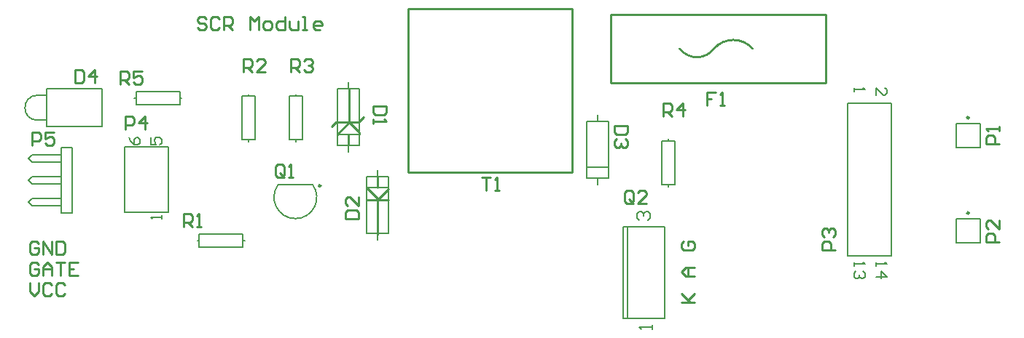
<source format=gto>
G04*
G04 #@! TF.GenerationSoftware,Altium Limited,Altium Designer,18.0.12 (696)*
G04*
G04 Layer_Color=65535*
%FSLAX25Y25*%
%MOIN*%
G70*
G01*
G75*
%ADD10C,0.01000*%
%ADD11C,0.00787*%
%ADD12C,0.00984*%
%ADD13C,0.00500*%
%ADD14C,0.00800*%
%ADD15C,0.00591*%
D10*
X334945Y138559D02*
G03*
X317339Y138559I-8803J-7764D01*
G01*
X301590D02*
G03*
X317339Y138559I7874J5906D01*
G01*
X177559Y156693D02*
X252362D01*
Y81890D02*
Y156693D01*
X177559Y81890D02*
X252362D01*
X177559D02*
Y156693D01*
X163386Y53185D02*
Y69685D01*
Y74803D02*
Y79835D01*
X158350Y69291D02*
X168350D01*
X164020Y69685D02*
X168350Y74016D01*
X163386Y69685D02*
X164020D01*
X163386D02*
Y69906D01*
X159055Y74016D02*
X163386Y69685D01*
X158661Y74016D02*
X159055D01*
X150394Y104724D02*
Y119693D01*
X150000Y94087D02*
Y99087D01*
X142520Y102756D02*
X144488Y104724D01*
X145000D01*
X154724D02*
X157087Y107087D01*
X150394Y104724D02*
X154724D01*
X145000D02*
X150394D01*
X155000Y100118D01*
Y99087D02*
Y100118D01*
X145000Y99331D02*
X150394Y104724D01*
X145000Y99087D02*
Y99331D01*
X270094Y146433D02*
Y154307D01*
X368520D01*
Y146433D02*
Y154307D01*
Y122811D02*
Y146433D01*
X270094Y122811D02*
X368520D01*
X270094D02*
Y130685D01*
X368520D02*
Y146433D01*
X270094Y130685D02*
Y146433D01*
X8542Y49209D02*
X7542Y50209D01*
X5543D01*
X4543Y49209D01*
Y45211D01*
X5543Y44211D01*
X7542D01*
X8542Y45211D01*
Y47210D01*
X6543D01*
X10541Y44211D02*
Y50209D01*
X14540Y44211D01*
Y50209D01*
X16539D02*
Y44211D01*
X19538D01*
X20538Y45211D01*
Y49209D01*
X19538Y50209D01*
X16539D01*
X8542Y39612D02*
X7542Y40611D01*
X5543D01*
X4543Y39612D01*
Y35613D01*
X5543Y34613D01*
X7542D01*
X8542Y35613D01*
Y37613D01*
X6543D01*
X10541Y34613D02*
Y38612D01*
X12541Y40611D01*
X14540Y38612D01*
Y34613D01*
Y37613D01*
X10541D01*
X16539Y40611D02*
X20538D01*
X18539D01*
Y34613D01*
X26536Y40611D02*
X22537D01*
Y34613D01*
X26536D01*
X22537Y37613D02*
X24537D01*
X4543Y31014D02*
Y27015D01*
X6543Y25016D01*
X8542Y27015D01*
Y31014D01*
X14540Y30014D02*
X13540Y31014D01*
X11541D01*
X10541Y30014D01*
Y26015D01*
X11541Y25016D01*
X13540D01*
X14540Y26015D01*
X20538Y30014D02*
X19538Y31014D01*
X17539D01*
X16539Y30014D01*
Y26015D01*
X17539Y25016D01*
X19538D01*
X20538Y26015D01*
X85101Y152243D02*
X84101Y153242D01*
X82102D01*
X81102Y152243D01*
Y151243D01*
X82102Y150243D01*
X84101D01*
X85101Y149243D01*
Y148244D01*
X84101Y147244D01*
X82102D01*
X81102Y148244D01*
X91099Y152243D02*
X90100Y153242D01*
X88100D01*
X87100Y152243D01*
Y148244D01*
X88100Y147244D01*
X90100D01*
X91099Y148244D01*
X93098Y147244D02*
Y153242D01*
X96097D01*
X97097Y152243D01*
Y150243D01*
X96097Y149243D01*
X93098D01*
X95098D02*
X97097Y147244D01*
X105095D02*
Y153242D01*
X107094Y151243D01*
X109093Y153242D01*
Y147244D01*
X112092D02*
X114092D01*
X115091Y148244D01*
Y150243D01*
X114092Y151243D01*
X112092D01*
X111093Y150243D01*
Y148244D01*
X112092Y147244D01*
X121089Y153242D02*
Y147244D01*
X118090D01*
X117091Y148244D01*
Y150243D01*
X118090Y151243D01*
X121089D01*
X123089D02*
Y148244D01*
X124089Y147244D01*
X127087D01*
Y151243D01*
X129087Y147244D02*
X131086D01*
X130087D01*
Y153242D01*
X129087D01*
X137084Y147244D02*
X135085D01*
X134085Y148244D01*
Y150243D01*
X135085Y151243D01*
X137084D01*
X138084Y150243D01*
Y149243D01*
X134085D01*
X302270Y22047D02*
X308268D01*
X306268D01*
X302270Y26046D01*
X305269Y23047D01*
X308268Y26046D01*
Y34043D02*
X304269D01*
X302270Y36043D01*
X304269Y38042D01*
X308268D01*
X305269D01*
Y34043D01*
X303269Y50038D02*
X302270Y49038D01*
Y47039D01*
X303269Y46040D01*
X307268D01*
X308268Y47039D01*
Y49038D01*
X307268Y50038D01*
X305269D01*
Y48039D01*
X167415Y112205D02*
X161417D01*
Y109206D01*
X162417Y108206D01*
X166416D01*
X167415Y109206D01*
Y112205D01*
X161417Y106207D02*
Y104207D01*
Y105207D01*
X167415D01*
X166416Y106207D01*
X148726Y60630D02*
X154724D01*
Y63629D01*
X153725Y64629D01*
X149726D01*
X148726Y63629D01*
Y60630D01*
X154724Y70627D02*
Y66628D01*
X150726Y70627D01*
X149726D01*
X148726Y69627D01*
Y67628D01*
X149726Y66628D01*
X277652Y103150D02*
X271654D01*
Y100151D01*
X272653Y99151D01*
X276652D01*
X277652Y100151D01*
Y103150D01*
X276652Y97151D02*
X277652Y96152D01*
Y94152D01*
X276652Y93153D01*
X275652D01*
X274653Y94152D01*
Y95152D01*
Y94152D01*
X273653Y93153D01*
X272653D01*
X271654Y94152D01*
Y96152D01*
X272653Y97151D01*
X318093Y118557D02*
X314094D01*
Y115558D01*
X316094D01*
X314094D01*
Y112559D01*
X320093D02*
X322092D01*
X321092D01*
Y118557D01*
X320093Y117557D01*
X447638Y94882D02*
X441640D01*
Y97881D01*
X442639Y98881D01*
X444639D01*
X445638Y97881D01*
Y94882D01*
X447638Y100880D02*
Y102879D01*
Y101880D01*
X441640D01*
X442639Y100880D01*
X447638Y50000D02*
X441640D01*
Y52999D01*
X442639Y53999D01*
X444639D01*
X445638Y52999D01*
Y50000D01*
X447638Y59997D02*
Y55998D01*
X443639Y59997D01*
X442639D01*
X441640Y58997D01*
Y56998D01*
X442639Y55998D01*
X372921Y46059D02*
X366923D01*
Y49058D01*
X367923Y50058D01*
X369922D01*
X370922Y49058D01*
Y46059D01*
X367923Y52057D02*
X366923Y53057D01*
Y55056D01*
X367923Y56056D01*
X368922D01*
X369922Y55056D01*
Y54057D01*
Y55056D01*
X370922Y56056D01*
X371921D01*
X372921Y55056D01*
Y53057D01*
X371921Y52057D01*
X48248Y101654D02*
Y107652D01*
X51248D01*
X52247Y106652D01*
Y104653D01*
X51248Y103653D01*
X48248D01*
X57245Y101654D02*
Y107652D01*
X54246Y104653D01*
X58245D01*
X120649Y80670D02*
Y84668D01*
X119649Y85668D01*
X117650D01*
X116650Y84668D01*
Y80670D01*
X117650Y79670D01*
X119649D01*
X118650Y81669D02*
X120649Y79670D01*
X119649D02*
X120649Y80670D01*
X122649Y79670D02*
X124648D01*
X123648D01*
Y85668D01*
X122649Y84668D01*
X280413Y68341D02*
Y72340D01*
X279413Y73340D01*
X277414D01*
X276414Y72340D01*
Y68341D01*
X277414Y67342D01*
X279413D01*
X278414Y69341D02*
X280413Y67342D01*
X279413D02*
X280413Y68341D01*
X286411Y67342D02*
X282412D01*
X286411Y71340D01*
Y72340D01*
X285411Y73340D01*
X283412D01*
X282412Y72340D01*
X74650Y56770D02*
Y62768D01*
X77649D01*
X78649Y61769D01*
Y59769D01*
X77649Y58769D01*
X74650D01*
X76650D02*
X78649Y56770D01*
X80648D02*
X82648D01*
X81648D01*
Y62768D01*
X80648Y61769D01*
X101981Y127843D02*
Y133841D01*
X104980D01*
X105979Y132841D01*
Y130842D01*
X104980Y129842D01*
X101981D01*
X103980D02*
X105979Y127843D01*
X111978D02*
X107979D01*
X111978Y131842D01*
Y132841D01*
X110978Y133841D01*
X108978D01*
X107979Y132841D01*
X123634Y127843D02*
Y133841D01*
X126633D01*
X127633Y132841D01*
Y130842D01*
X126633Y129842D01*
X123634D01*
X125634D02*
X127633Y127843D01*
X129632Y132841D02*
X130632Y133841D01*
X132631D01*
X133631Y132841D01*
Y131842D01*
X132631Y130842D01*
X131632D01*
X132631D01*
X133631Y129842D01*
Y128843D01*
X132631Y127843D01*
X130632D01*
X129632Y128843D01*
X294107Y107370D02*
Y113368D01*
X297106D01*
X298105Y112369D01*
Y110370D01*
X297106Y109370D01*
X294107D01*
X296106D02*
X298105Y107370D01*
X303104D02*
Y113368D01*
X300105Y110370D01*
X304103D01*
X211024Y79620D02*
X215022D01*
X213023D01*
Y73622D01*
X217022D02*
X219021D01*
X218021D01*
Y79620D01*
X217022Y78620D01*
X5512Y94095D02*
Y100093D01*
X8511D01*
X9510Y99093D01*
Y97093D01*
X8511Y96094D01*
X5512D01*
X15509Y100093D02*
X11510D01*
Y97093D01*
X13509Y98093D01*
X14509D01*
X15509Y97093D01*
Y95094D01*
X14509Y94095D01*
X12510D01*
X11510Y95094D01*
X25197Y128833D02*
Y122835D01*
X28196D01*
X29195Y123834D01*
Y127833D01*
X28196Y128833D01*
X25197D01*
X34194Y122835D02*
Y128833D01*
X31195Y125834D01*
X35194D01*
X45831Y122147D02*
Y128145D01*
X48830D01*
X49829Y127146D01*
Y125146D01*
X48830Y124147D01*
X45831D01*
X47830D02*
X49829Y122147D01*
X55827Y128145D02*
X51829D01*
Y125146D01*
X53828Y126146D01*
X54828D01*
X55827Y125146D01*
Y123147D01*
X54828Y122147D01*
X52828D01*
X51829Y123147D01*
D11*
X118055Y76276D02*
G03*
X133646Y76276I7795J-5906D01*
G01*
X264173Y76126D02*
Y79126D01*
Y105126D02*
Y108126D01*
X259173Y84126D02*
X269173D01*
Y79126D02*
Y105126D01*
X259173Y79126D02*
X269173D01*
X259173D02*
Y105126D01*
X269173D01*
X5407Y66523D02*
X18740D01*
X3740Y68189D02*
X5407Y66523D01*
X3740Y68189D02*
X5407Y69856D01*
X18740D01*
X5407Y76522D02*
X18740D01*
X3740Y78189D02*
X5407Y76522D01*
X3740Y78189D02*
X5407Y79856D01*
X18740D01*
X5407Y86523D02*
X18740D01*
X3740Y88189D02*
X5407Y86523D01*
X3740Y88189D02*
X5407Y89856D01*
X18740D01*
X23740Y63189D02*
Y93189D01*
X18740D02*
X23740D01*
X18740Y63189D02*
X23740D01*
X18740D02*
Y93189D01*
X125984Y116693D02*
Y117593D01*
Y95793D02*
Y96693D01*
Y116693D02*
X128984D01*
Y96693D02*
Y116693D01*
X122984Y96693D02*
X128984D01*
X122984D02*
Y116693D01*
X125984D01*
X118055Y76276D02*
X133646D01*
X80950Y50370D02*
X81850D01*
X101850D02*
X102750D01*
X81850D02*
Y53370D01*
X101850D01*
Y47370D02*
Y53370D01*
X81850Y47370D02*
X101850D01*
X81850D02*
Y50370D01*
X104331Y116693D02*
Y117593D01*
Y95793D02*
Y96693D01*
Y116693D02*
X107331D01*
Y96693D02*
Y116693D01*
X101331Y96693D02*
X107331D01*
X101331D02*
Y116693D01*
X104331D01*
X67598Y74337D02*
Y93504D01*
Y63504D02*
Y93504D01*
X47598Y63504D02*
Y93504D01*
Y63504D02*
X67598D01*
X47598Y93504D02*
X67598D01*
X275787Y56890D02*
X294685D01*
X275787Y14764D02*
X294685D01*
Y56890D01*
X275787Y14764D02*
Y56890D01*
X277756Y14764D02*
Y56890D01*
X296457Y96220D02*
Y97120D01*
Y75321D02*
Y76221D01*
Y96220D02*
X299457D01*
Y76221D02*
Y96220D01*
X293457Y76221D02*
X299457D01*
X293457D02*
Y96220D01*
X296457D01*
X145000Y120087D02*
X155000D01*
X145000Y94087D02*
Y120087D01*
Y94087D02*
X155000D01*
Y120087D01*
X145000Y99087D02*
X155000D01*
X150000Y120087D02*
Y123087D01*
Y91087D02*
Y94087D01*
X158350Y53870D02*
X168350D01*
Y79870D01*
X158350D02*
X168350D01*
X158350Y53870D02*
Y79870D01*
Y74870D02*
X168350D01*
X163350Y50870D02*
Y53870D01*
Y79870D02*
Y82870D01*
X378421Y43559D02*
Y113559D01*
X398421Y43559D02*
Y113559D01*
X378421D02*
X398421D01*
X378421Y43559D02*
X398421D01*
X52092Y115748D02*
X52992D01*
X72992D02*
X73892D01*
X52992D02*
Y118748D01*
X72992D01*
Y112748D02*
Y118748D01*
X52992Y112748D02*
X72992D01*
X52992D02*
Y115748D01*
X427953Y104331D02*
X438976D01*
Y93307D02*
Y104331D01*
X427953Y93307D02*
X438976D01*
X427953D02*
Y104331D01*
Y60630D02*
X438976D01*
Y49606D02*
Y60630D01*
X427953Y49606D02*
X438976D01*
X427953D02*
Y60630D01*
D12*
X137484Y75685D02*
G03*
X137484Y75685I-492J0D01*
G01*
X433957Y106890D02*
G03*
X433957Y106890I-492J0D01*
G01*
Y63189D02*
G03*
X433957Y63189I-492J0D01*
G01*
D13*
X7874Y117126D02*
G03*
X7874Y105709I0J-5709D01*
G01*
X7874Y117126D02*
X12205D01*
X7874Y105709D02*
X12205D01*
Y120079D02*
X37402D01*
X12205Y102756D02*
Y120079D01*
Y102756D02*
X37402D01*
Y120079D01*
D14*
X64598Y60504D02*
Y62170D01*
Y61337D01*
X59600D01*
X60433Y60504D01*
X59600Y97836D02*
Y94504D01*
X62099D01*
X61266Y96170D01*
Y97003D01*
X62099Y97836D01*
X63765D01*
X64598Y97003D01*
Y95337D01*
X63765Y94504D01*
X381421Y40559D02*
Y38893D01*
Y39726D01*
X386420D01*
X385587Y40559D01*
Y36394D02*
X386420Y35561D01*
Y33895D01*
X385587Y33062D01*
X384753D01*
X383920Y33895D01*
Y34728D01*
Y33895D01*
X383087Y33062D01*
X382254D01*
X381421Y33895D01*
Y35561D01*
X382254Y36394D01*
X391421Y40559D02*
Y38893D01*
Y39726D01*
X396420D01*
X395586Y40559D01*
X391421Y33895D02*
X396420D01*
X393920Y36394D01*
Y33062D01*
X381421Y120559D02*
Y118893D01*
Y119726D01*
X386420D01*
X385587Y120559D01*
X391421Y117227D02*
Y120559D01*
X394753Y117227D01*
X395586D01*
X396420Y118060D01*
Y119726D01*
X395586Y120559D01*
X49600Y97836D02*
X50433Y96170D01*
X52099Y94504D01*
X53765D01*
X54598Y95337D01*
Y97003D01*
X53765Y97836D01*
X52932D01*
X52099Y97003D01*
Y94504D01*
D15*
X283226Y59827D02*
X282242Y60811D01*
Y62779D01*
X283226Y63762D01*
X284210D01*
X285194Y62779D01*
Y61795D01*
Y62779D01*
X286178Y63762D01*
X287162D01*
X288146Y62779D01*
Y60811D01*
X287162Y59827D01*
X289146Y9827D02*
Y11795D01*
Y10811D01*
X283242D01*
X284226Y9827D01*
M02*

</source>
